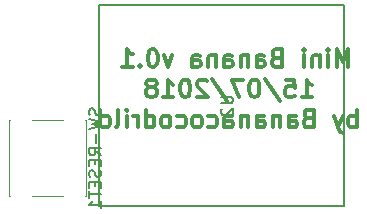
<source format=gbr>
G04 #@! TF.FileFunction,Legend,Bot*
%FSLAX46Y46*%
G04 Gerber Fmt 4.6, Leading zero omitted, Abs format (unit mm)*
G04 Created by KiCad (PCBNEW 4.0.7) date 07/22/18 11:21:55*
%MOMM*%
%LPD*%
G01*
G04 APERTURE LIST*
%ADD10C,0.100000*%
%ADD11C,0.300000*%
%ADD12C,0.150000*%
%ADD13C,0.120000*%
G04 APERTURE END LIST*
D10*
D11*
X49350143Y-19845571D02*
X49350143Y-18345571D01*
X48850143Y-19417000D01*
X48350143Y-18345571D01*
X48350143Y-19845571D01*
X47635857Y-19845571D02*
X47635857Y-18845571D01*
X47635857Y-18345571D02*
X47707286Y-18417000D01*
X47635857Y-18488429D01*
X47564429Y-18417000D01*
X47635857Y-18345571D01*
X47635857Y-18488429D01*
X46921571Y-18845571D02*
X46921571Y-19845571D01*
X46921571Y-18988429D02*
X46850143Y-18917000D01*
X46707285Y-18845571D01*
X46493000Y-18845571D01*
X46350143Y-18917000D01*
X46278714Y-19059857D01*
X46278714Y-19845571D01*
X45564428Y-19845571D02*
X45564428Y-18845571D01*
X45564428Y-18345571D02*
X45635857Y-18417000D01*
X45564428Y-18488429D01*
X45493000Y-18417000D01*
X45564428Y-18345571D01*
X45564428Y-18488429D01*
X43207285Y-19059857D02*
X42992999Y-19131286D01*
X42921571Y-19202714D01*
X42850142Y-19345571D01*
X42850142Y-19559857D01*
X42921571Y-19702714D01*
X42992999Y-19774143D01*
X43135857Y-19845571D01*
X43707285Y-19845571D01*
X43707285Y-18345571D01*
X43207285Y-18345571D01*
X43064428Y-18417000D01*
X42992999Y-18488429D01*
X42921571Y-18631286D01*
X42921571Y-18774143D01*
X42992999Y-18917000D01*
X43064428Y-18988429D01*
X43207285Y-19059857D01*
X43707285Y-19059857D01*
X41564428Y-19845571D02*
X41564428Y-19059857D01*
X41635857Y-18917000D01*
X41778714Y-18845571D01*
X42064428Y-18845571D01*
X42207285Y-18917000D01*
X41564428Y-19774143D02*
X41707285Y-19845571D01*
X42064428Y-19845571D01*
X42207285Y-19774143D01*
X42278714Y-19631286D01*
X42278714Y-19488429D01*
X42207285Y-19345571D01*
X42064428Y-19274143D01*
X41707285Y-19274143D01*
X41564428Y-19202714D01*
X40850142Y-18845571D02*
X40850142Y-19845571D01*
X40850142Y-18988429D02*
X40778714Y-18917000D01*
X40635856Y-18845571D01*
X40421571Y-18845571D01*
X40278714Y-18917000D01*
X40207285Y-19059857D01*
X40207285Y-19845571D01*
X38850142Y-19845571D02*
X38850142Y-19059857D01*
X38921571Y-18917000D01*
X39064428Y-18845571D01*
X39350142Y-18845571D01*
X39492999Y-18917000D01*
X38850142Y-19774143D02*
X38992999Y-19845571D01*
X39350142Y-19845571D01*
X39492999Y-19774143D01*
X39564428Y-19631286D01*
X39564428Y-19488429D01*
X39492999Y-19345571D01*
X39350142Y-19274143D01*
X38992999Y-19274143D01*
X38850142Y-19202714D01*
X38135856Y-18845571D02*
X38135856Y-19845571D01*
X38135856Y-18988429D02*
X38064428Y-18917000D01*
X37921570Y-18845571D01*
X37707285Y-18845571D01*
X37564428Y-18917000D01*
X37492999Y-19059857D01*
X37492999Y-19845571D01*
X36135856Y-19845571D02*
X36135856Y-19059857D01*
X36207285Y-18917000D01*
X36350142Y-18845571D01*
X36635856Y-18845571D01*
X36778713Y-18917000D01*
X36135856Y-19774143D02*
X36278713Y-19845571D01*
X36635856Y-19845571D01*
X36778713Y-19774143D01*
X36850142Y-19631286D01*
X36850142Y-19488429D01*
X36778713Y-19345571D01*
X36635856Y-19274143D01*
X36278713Y-19274143D01*
X36135856Y-19202714D01*
X34421570Y-18845571D02*
X34064427Y-19845571D01*
X33707285Y-18845571D01*
X32850142Y-18345571D02*
X32707285Y-18345571D01*
X32564428Y-18417000D01*
X32492999Y-18488429D01*
X32421570Y-18631286D01*
X32350142Y-18917000D01*
X32350142Y-19274143D01*
X32421570Y-19559857D01*
X32492999Y-19702714D01*
X32564428Y-19774143D01*
X32707285Y-19845571D01*
X32850142Y-19845571D01*
X32992999Y-19774143D01*
X33064428Y-19702714D01*
X33135856Y-19559857D01*
X33207285Y-19274143D01*
X33207285Y-18917000D01*
X33135856Y-18631286D01*
X33064428Y-18488429D01*
X32992999Y-18417000D01*
X32850142Y-18345571D01*
X31707285Y-19702714D02*
X31635857Y-19774143D01*
X31707285Y-19845571D01*
X31778714Y-19774143D01*
X31707285Y-19702714D01*
X31707285Y-19845571D01*
X30207285Y-19845571D02*
X31064428Y-19845571D01*
X30635856Y-19845571D02*
X30635856Y-18345571D01*
X30778713Y-18559857D01*
X30921571Y-18702714D01*
X31064428Y-18774143D01*
X45385856Y-22395571D02*
X46242999Y-22395571D01*
X45814427Y-22395571D02*
X45814427Y-20895571D01*
X45957284Y-21109857D01*
X46100142Y-21252714D01*
X46242999Y-21324143D01*
X44028713Y-20895571D02*
X44742999Y-20895571D01*
X44814428Y-21609857D01*
X44742999Y-21538429D01*
X44600142Y-21467000D01*
X44242999Y-21467000D01*
X44100142Y-21538429D01*
X44028713Y-21609857D01*
X43957285Y-21752714D01*
X43957285Y-22109857D01*
X44028713Y-22252714D01*
X44100142Y-22324143D01*
X44242999Y-22395571D01*
X44600142Y-22395571D01*
X44742999Y-22324143D01*
X44814428Y-22252714D01*
X42243000Y-20824143D02*
X43528714Y-22752714D01*
X41457285Y-20895571D02*
X41314428Y-20895571D01*
X41171571Y-20967000D01*
X41100142Y-21038429D01*
X41028713Y-21181286D01*
X40957285Y-21467000D01*
X40957285Y-21824143D01*
X41028713Y-22109857D01*
X41100142Y-22252714D01*
X41171571Y-22324143D01*
X41314428Y-22395571D01*
X41457285Y-22395571D01*
X41600142Y-22324143D01*
X41671571Y-22252714D01*
X41742999Y-22109857D01*
X41814428Y-21824143D01*
X41814428Y-21467000D01*
X41742999Y-21181286D01*
X41671571Y-21038429D01*
X41600142Y-20967000D01*
X41457285Y-20895571D01*
X40457285Y-20895571D02*
X39457285Y-20895571D01*
X40100142Y-22395571D01*
X37814429Y-20824143D02*
X39100143Y-22752714D01*
X37385857Y-21038429D02*
X37314428Y-20967000D01*
X37171571Y-20895571D01*
X36814428Y-20895571D01*
X36671571Y-20967000D01*
X36600142Y-21038429D01*
X36528714Y-21181286D01*
X36528714Y-21324143D01*
X36600142Y-21538429D01*
X37457285Y-22395571D01*
X36528714Y-22395571D01*
X35600143Y-20895571D02*
X35457286Y-20895571D01*
X35314429Y-20967000D01*
X35243000Y-21038429D01*
X35171571Y-21181286D01*
X35100143Y-21467000D01*
X35100143Y-21824143D01*
X35171571Y-22109857D01*
X35243000Y-22252714D01*
X35314429Y-22324143D01*
X35457286Y-22395571D01*
X35600143Y-22395571D01*
X35743000Y-22324143D01*
X35814429Y-22252714D01*
X35885857Y-22109857D01*
X35957286Y-21824143D01*
X35957286Y-21467000D01*
X35885857Y-21181286D01*
X35814429Y-21038429D01*
X35743000Y-20967000D01*
X35600143Y-20895571D01*
X33671572Y-22395571D02*
X34528715Y-22395571D01*
X34100143Y-22395571D02*
X34100143Y-20895571D01*
X34243000Y-21109857D01*
X34385858Y-21252714D01*
X34528715Y-21324143D01*
X32814429Y-21538429D02*
X32957287Y-21467000D01*
X33028715Y-21395571D01*
X33100144Y-21252714D01*
X33100144Y-21181286D01*
X33028715Y-21038429D01*
X32957287Y-20967000D01*
X32814429Y-20895571D01*
X32528715Y-20895571D01*
X32385858Y-20967000D01*
X32314429Y-21038429D01*
X32243001Y-21181286D01*
X32243001Y-21252714D01*
X32314429Y-21395571D01*
X32385858Y-21467000D01*
X32528715Y-21538429D01*
X32814429Y-21538429D01*
X32957287Y-21609857D01*
X33028715Y-21681286D01*
X33100144Y-21824143D01*
X33100144Y-22109857D01*
X33028715Y-22252714D01*
X32957287Y-22324143D01*
X32814429Y-22395571D01*
X32528715Y-22395571D01*
X32385858Y-22324143D01*
X32314429Y-22252714D01*
X32243001Y-22109857D01*
X32243001Y-21824143D01*
X32314429Y-21681286D01*
X32385858Y-21609857D01*
X32528715Y-21538429D01*
X50064428Y-24945571D02*
X50064428Y-23445571D01*
X50064428Y-24017000D02*
X49921571Y-23945571D01*
X49635857Y-23945571D01*
X49493000Y-24017000D01*
X49421571Y-24088429D01*
X49350142Y-24231286D01*
X49350142Y-24659857D01*
X49421571Y-24802714D01*
X49493000Y-24874143D01*
X49635857Y-24945571D01*
X49921571Y-24945571D01*
X50064428Y-24874143D01*
X48850142Y-23945571D02*
X48492999Y-24945571D01*
X48135857Y-23945571D02*
X48492999Y-24945571D01*
X48635857Y-25302714D01*
X48707285Y-25374143D01*
X48850142Y-25445571D01*
X45921571Y-24159857D02*
X45707285Y-24231286D01*
X45635857Y-24302714D01*
X45564428Y-24445571D01*
X45564428Y-24659857D01*
X45635857Y-24802714D01*
X45707285Y-24874143D01*
X45850143Y-24945571D01*
X46421571Y-24945571D01*
X46421571Y-23445571D01*
X45921571Y-23445571D01*
X45778714Y-23517000D01*
X45707285Y-23588429D01*
X45635857Y-23731286D01*
X45635857Y-23874143D01*
X45707285Y-24017000D01*
X45778714Y-24088429D01*
X45921571Y-24159857D01*
X46421571Y-24159857D01*
X44278714Y-24945571D02*
X44278714Y-24159857D01*
X44350143Y-24017000D01*
X44493000Y-23945571D01*
X44778714Y-23945571D01*
X44921571Y-24017000D01*
X44278714Y-24874143D02*
X44421571Y-24945571D01*
X44778714Y-24945571D01*
X44921571Y-24874143D01*
X44993000Y-24731286D01*
X44993000Y-24588429D01*
X44921571Y-24445571D01*
X44778714Y-24374143D01*
X44421571Y-24374143D01*
X44278714Y-24302714D01*
X43564428Y-23945571D02*
X43564428Y-24945571D01*
X43564428Y-24088429D02*
X43493000Y-24017000D01*
X43350142Y-23945571D01*
X43135857Y-23945571D01*
X42993000Y-24017000D01*
X42921571Y-24159857D01*
X42921571Y-24945571D01*
X41564428Y-24945571D02*
X41564428Y-24159857D01*
X41635857Y-24017000D01*
X41778714Y-23945571D01*
X42064428Y-23945571D01*
X42207285Y-24017000D01*
X41564428Y-24874143D02*
X41707285Y-24945571D01*
X42064428Y-24945571D01*
X42207285Y-24874143D01*
X42278714Y-24731286D01*
X42278714Y-24588429D01*
X42207285Y-24445571D01*
X42064428Y-24374143D01*
X41707285Y-24374143D01*
X41564428Y-24302714D01*
X40850142Y-23945571D02*
X40850142Y-24945571D01*
X40850142Y-24088429D02*
X40778714Y-24017000D01*
X40635856Y-23945571D01*
X40421571Y-23945571D01*
X40278714Y-24017000D01*
X40207285Y-24159857D01*
X40207285Y-24945571D01*
X38850142Y-24945571D02*
X38850142Y-24159857D01*
X38921571Y-24017000D01*
X39064428Y-23945571D01*
X39350142Y-23945571D01*
X39492999Y-24017000D01*
X38850142Y-24874143D02*
X38992999Y-24945571D01*
X39350142Y-24945571D01*
X39492999Y-24874143D01*
X39564428Y-24731286D01*
X39564428Y-24588429D01*
X39492999Y-24445571D01*
X39350142Y-24374143D01*
X38992999Y-24374143D01*
X38850142Y-24302714D01*
X37492999Y-24874143D02*
X37635856Y-24945571D01*
X37921570Y-24945571D01*
X38064428Y-24874143D01*
X38135856Y-24802714D01*
X38207285Y-24659857D01*
X38207285Y-24231286D01*
X38135856Y-24088429D01*
X38064428Y-24017000D01*
X37921570Y-23945571D01*
X37635856Y-23945571D01*
X37492999Y-24017000D01*
X36635856Y-24945571D02*
X36778714Y-24874143D01*
X36850142Y-24802714D01*
X36921571Y-24659857D01*
X36921571Y-24231286D01*
X36850142Y-24088429D01*
X36778714Y-24017000D01*
X36635856Y-23945571D01*
X36421571Y-23945571D01*
X36278714Y-24017000D01*
X36207285Y-24088429D01*
X36135856Y-24231286D01*
X36135856Y-24659857D01*
X36207285Y-24802714D01*
X36278714Y-24874143D01*
X36421571Y-24945571D01*
X36635856Y-24945571D01*
X34850142Y-24874143D02*
X34992999Y-24945571D01*
X35278713Y-24945571D01*
X35421571Y-24874143D01*
X35492999Y-24802714D01*
X35564428Y-24659857D01*
X35564428Y-24231286D01*
X35492999Y-24088429D01*
X35421571Y-24017000D01*
X35278713Y-23945571D01*
X34992999Y-23945571D01*
X34850142Y-24017000D01*
X33992999Y-24945571D02*
X34135857Y-24874143D01*
X34207285Y-24802714D01*
X34278714Y-24659857D01*
X34278714Y-24231286D01*
X34207285Y-24088429D01*
X34135857Y-24017000D01*
X33992999Y-23945571D01*
X33778714Y-23945571D01*
X33635857Y-24017000D01*
X33564428Y-24088429D01*
X33492999Y-24231286D01*
X33492999Y-24659857D01*
X33564428Y-24802714D01*
X33635857Y-24874143D01*
X33778714Y-24945571D01*
X33992999Y-24945571D01*
X32207285Y-24945571D02*
X32207285Y-23445571D01*
X32207285Y-24874143D02*
X32350142Y-24945571D01*
X32635856Y-24945571D01*
X32778714Y-24874143D01*
X32850142Y-24802714D01*
X32921571Y-24659857D01*
X32921571Y-24231286D01*
X32850142Y-24088429D01*
X32778714Y-24017000D01*
X32635856Y-23945571D01*
X32350142Y-23945571D01*
X32207285Y-24017000D01*
X31492999Y-24945571D02*
X31492999Y-23945571D01*
X31492999Y-24231286D02*
X31421571Y-24088429D01*
X31350142Y-24017000D01*
X31207285Y-23945571D01*
X31064428Y-23945571D01*
X30564428Y-24945571D02*
X30564428Y-23945571D01*
X30564428Y-23445571D02*
X30635857Y-23517000D01*
X30564428Y-23588429D01*
X30493000Y-23517000D01*
X30564428Y-23445571D01*
X30564428Y-23588429D01*
X29635856Y-24945571D02*
X29778714Y-24874143D01*
X29850142Y-24731286D01*
X29850142Y-23445571D01*
X28850142Y-24945571D02*
X28993000Y-24874143D01*
X29064428Y-24802714D01*
X29135857Y-24659857D01*
X29135857Y-24231286D01*
X29064428Y-24088429D01*
X28993000Y-24017000D01*
X28850142Y-23945571D01*
X28635857Y-23945571D01*
X28493000Y-24017000D01*
X28421571Y-24088429D01*
X28350142Y-24231286D01*
X28350142Y-24659857D01*
X28421571Y-24802714D01*
X28493000Y-24874143D01*
X28635857Y-24945571D01*
X28850142Y-24945571D01*
D12*
X28208000Y-14614000D02*
X28208000Y-31614000D01*
X28208000Y-31614000D02*
X49008000Y-31614000D01*
X49008000Y-31614000D02*
X49008000Y-14714000D01*
X49008000Y-14714000D02*
X49008000Y-14614000D01*
X49008000Y-14614000D02*
X28208000Y-14614000D01*
D13*
X27106000Y-24329000D02*
X27076000Y-24329000D01*
X20646000Y-24329000D02*
X20676000Y-24329000D01*
X20646000Y-30789000D02*
X20676000Y-30789000D01*
X27076000Y-30789000D02*
X27106000Y-30789000D01*
X25176000Y-24329000D02*
X22576000Y-24329000D01*
X27106000Y-30789000D02*
X27106000Y-24329000D01*
X25176000Y-30789000D02*
X22576000Y-30789000D01*
X20646000Y-30789000D02*
X20646000Y-24329000D01*
D12*
X38560381Y-22352095D02*
X39369905Y-22352095D01*
X39465143Y-22399714D01*
X39512762Y-22447333D01*
X39560381Y-22542571D01*
X39560381Y-22733048D01*
X39512762Y-22828286D01*
X39465143Y-22875905D01*
X39369905Y-22923524D01*
X38560381Y-22923524D01*
X38655619Y-23352095D02*
X38608000Y-23399714D01*
X38560381Y-23494952D01*
X38560381Y-23733048D01*
X38608000Y-23828286D01*
X38655619Y-23875905D01*
X38750857Y-23923524D01*
X38846095Y-23923524D01*
X38988952Y-23875905D01*
X39560381Y-23304476D01*
X39560381Y-23923524D01*
X28330762Y-23344714D02*
X28378381Y-23487571D01*
X28378381Y-23725667D01*
X28330762Y-23820905D01*
X28283143Y-23868524D01*
X28187905Y-23916143D01*
X28092667Y-23916143D01*
X27997429Y-23868524D01*
X27949810Y-23820905D01*
X27902190Y-23725667D01*
X27854571Y-23535190D01*
X27806952Y-23439952D01*
X27759333Y-23392333D01*
X27664095Y-23344714D01*
X27568857Y-23344714D01*
X27473619Y-23392333D01*
X27426000Y-23439952D01*
X27378381Y-23535190D01*
X27378381Y-23773286D01*
X27426000Y-23916143D01*
X27378381Y-24249476D02*
X28378381Y-24487571D01*
X27664095Y-24678048D01*
X28378381Y-24868524D01*
X27378381Y-25106619D01*
X27997429Y-25487571D02*
X27997429Y-26249476D01*
X28378381Y-27297095D02*
X27902190Y-26963761D01*
X28378381Y-26725666D02*
X27378381Y-26725666D01*
X27378381Y-27106619D01*
X27426000Y-27201857D01*
X27473619Y-27249476D01*
X27568857Y-27297095D01*
X27711714Y-27297095D01*
X27806952Y-27249476D01*
X27854571Y-27201857D01*
X27902190Y-27106619D01*
X27902190Y-26725666D01*
X27854571Y-27725666D02*
X27854571Y-28059000D01*
X28378381Y-28201857D02*
X28378381Y-27725666D01*
X27378381Y-27725666D01*
X27378381Y-28201857D01*
X28330762Y-28582809D02*
X28378381Y-28725666D01*
X28378381Y-28963762D01*
X28330762Y-29059000D01*
X28283143Y-29106619D01*
X28187905Y-29154238D01*
X28092667Y-29154238D01*
X27997429Y-29106619D01*
X27949810Y-29059000D01*
X27902190Y-28963762D01*
X27854571Y-28773285D01*
X27806952Y-28678047D01*
X27759333Y-28630428D01*
X27664095Y-28582809D01*
X27568857Y-28582809D01*
X27473619Y-28630428D01*
X27426000Y-28678047D01*
X27378381Y-28773285D01*
X27378381Y-29011381D01*
X27426000Y-29154238D01*
X27854571Y-29582809D02*
X27854571Y-29916143D01*
X28378381Y-30059000D02*
X28378381Y-29582809D01*
X27378381Y-29582809D01*
X27378381Y-30059000D01*
X27378381Y-30344714D02*
X27378381Y-30916143D01*
X28378381Y-30630428D02*
X27378381Y-30630428D01*
X28378381Y-31773286D02*
X28378381Y-31201857D01*
X28378381Y-31487571D02*
X27378381Y-31487571D01*
X27521238Y-31392333D01*
X27616476Y-31297095D01*
X27664095Y-31201857D01*
M02*

</source>
